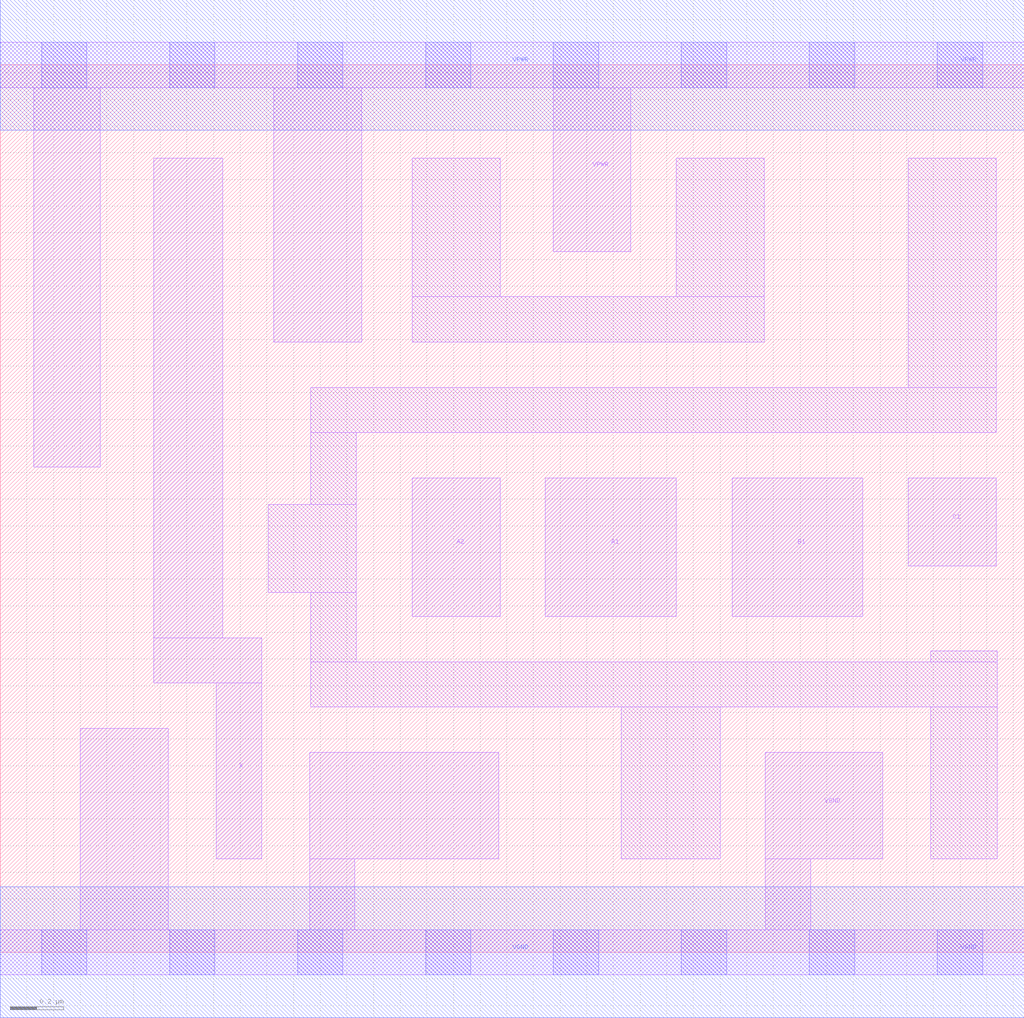
<source format=lef>
# Copyright 2020 The SkyWater PDK Authors
#
# Licensed under the Apache License, Version 2.0 (the "License");
# you may not use this file except in compliance with the License.
# You may obtain a copy of the License at
#
#     https://www.apache.org/licenses/LICENSE-2.0
#
# Unless required by applicable law or agreed to in writing, software
# distributed under the License is distributed on an "AS IS" BASIS,
# WITHOUT WARRANTIES OR CONDITIONS OF ANY KIND, either express or implied.
# See the License for the specific language governing permissions and
# limitations under the License.
#
# SPDX-License-Identifier: Apache-2.0

VERSION 5.7 ;
  NAMESCASESENSITIVE ON ;
  NOWIREEXTENSIONATPIN ON ;
  DIVIDERCHAR "/" ;
  BUSBITCHARS "[]" ;
UNITS
  DATABASE MICRONS 200 ;
END UNITS
MACRO sky130_fd_sc_ls__a211o_2
  CLASS CORE ;
  SOURCE USER ;
  FOREIGN sky130_fd_sc_ls__a211o_2 ;
  ORIGIN  0.000000  0.000000 ;
  SIZE  3.840000 BY  3.330000 ;
  SYMMETRY X Y ;
  SITE unit ;
  PIN A1
    ANTENNAGATEAREA  0.261000 ;
    DIRECTION INPUT ;
    USE SIGNAL ;
    PORT
      LAYER li1 ;
        RECT 2.045000 1.260000 2.535000 1.780000 ;
    END
  END A1
  PIN A2
    ANTENNAGATEAREA  0.261000 ;
    DIRECTION INPUT ;
    USE SIGNAL ;
    PORT
      LAYER li1 ;
        RECT 1.545000 1.260000 1.875000 1.780000 ;
    END
  END A2
  PIN B1
    ANTENNAGATEAREA  0.261000 ;
    DIRECTION INPUT ;
    USE SIGNAL ;
    PORT
      LAYER li1 ;
        RECT 2.745000 1.260000 3.235000 1.780000 ;
    END
  END B1
  PIN C1
    ANTENNAGATEAREA  0.261000 ;
    DIRECTION INPUT ;
    USE SIGNAL ;
    PORT
      LAYER li1 ;
        RECT 3.405000 1.450000 3.735000 1.780000 ;
    END
  END C1
  PIN X
    ANTENNADIFFAREA  0.543200 ;
    DIRECTION OUTPUT ;
    USE SIGNAL ;
    PORT
      LAYER li1 ;
        RECT 0.575000 1.010000 0.980000 1.180000 ;
        RECT 0.575000 1.180000 0.835000 2.980000 ;
        RECT 0.810000 0.350000 0.980000 1.010000 ;
    END
  END X
  PIN VGND
    DIRECTION INOUT ;
    SHAPE ABUTMENT ;
    USE GROUND ;
    PORT
      LAYER li1 ;
        RECT 0.000000 -0.085000 3.840000 0.085000 ;
        RECT 0.300000  0.085000 0.630000 0.840000 ;
        RECT 1.160000  0.085000 1.330000 0.350000 ;
        RECT 1.160000  0.350000 1.870000 0.750000 ;
        RECT 2.870000  0.085000 3.040000 0.350000 ;
        RECT 2.870000  0.350000 3.310000 0.750000 ;
      LAYER mcon ;
        RECT 0.155000 -0.085000 0.325000 0.085000 ;
        RECT 0.635000 -0.085000 0.805000 0.085000 ;
        RECT 1.115000 -0.085000 1.285000 0.085000 ;
        RECT 1.595000 -0.085000 1.765000 0.085000 ;
        RECT 2.075000 -0.085000 2.245000 0.085000 ;
        RECT 2.555000 -0.085000 2.725000 0.085000 ;
        RECT 3.035000 -0.085000 3.205000 0.085000 ;
        RECT 3.515000 -0.085000 3.685000 0.085000 ;
      LAYER met1 ;
        RECT 0.000000 -0.245000 3.840000 0.245000 ;
    END
  END VGND
  PIN VPWR
    DIRECTION INOUT ;
    SHAPE ABUTMENT ;
    USE POWER ;
    PORT
      LAYER li1 ;
        RECT 0.000000 3.245000 3.840000 3.415000 ;
        RECT 0.125000 1.820000 0.375000 3.245000 ;
        RECT 1.025000 2.290000 1.355000 3.245000 ;
        RECT 2.075000 2.630000 2.365000 3.245000 ;
      LAYER mcon ;
        RECT 0.155000 3.245000 0.325000 3.415000 ;
        RECT 0.635000 3.245000 0.805000 3.415000 ;
        RECT 1.115000 3.245000 1.285000 3.415000 ;
        RECT 1.595000 3.245000 1.765000 3.415000 ;
        RECT 2.075000 3.245000 2.245000 3.415000 ;
        RECT 2.555000 3.245000 2.725000 3.415000 ;
        RECT 3.035000 3.245000 3.205000 3.415000 ;
        RECT 3.515000 3.245000 3.685000 3.415000 ;
      LAYER met1 ;
        RECT 0.000000 3.085000 3.840000 3.575000 ;
    END
  END VPWR
  OBS
    LAYER li1 ;
      RECT 1.005000 1.350000 1.335000 1.680000 ;
      RECT 1.165000 0.920000 3.740000 1.090000 ;
      RECT 1.165000 1.090000 1.335000 1.350000 ;
      RECT 1.165000 1.680000 1.335000 1.950000 ;
      RECT 1.165000 1.950000 3.735000 2.120000 ;
      RECT 1.545000 2.290000 2.865000 2.460000 ;
      RECT 1.545000 2.460000 1.875000 2.980000 ;
      RECT 2.330000 0.350000 2.700000 0.920000 ;
      RECT 2.535000 2.460000 2.865000 2.980000 ;
      RECT 3.405000 2.120000 3.735000 2.980000 ;
      RECT 3.490000 0.350000 3.740000 0.920000 ;
      RECT 3.490000 1.090000 3.740000 1.130000 ;
  END
END sky130_fd_sc_ls__a211o_2

</source>
